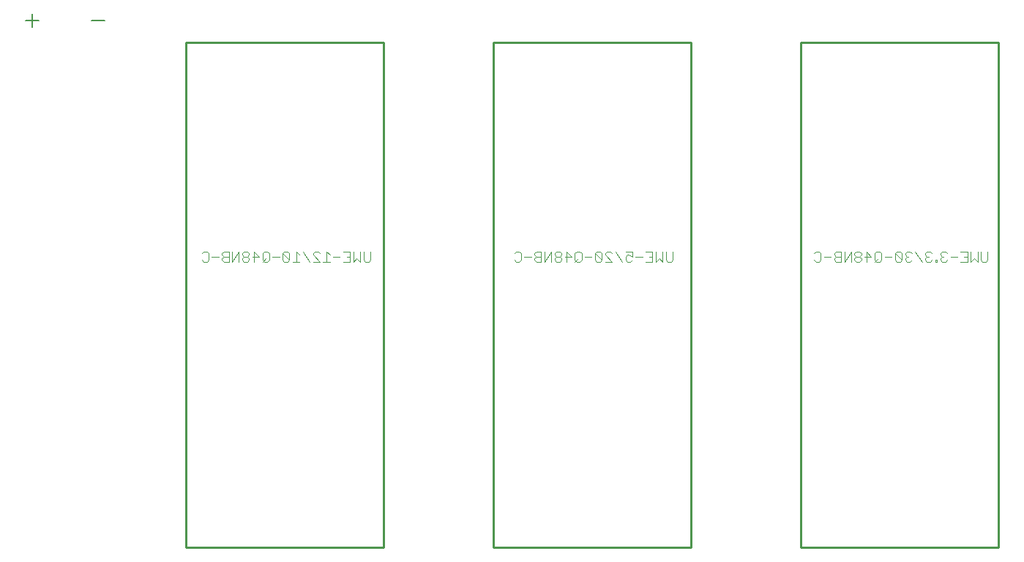
<source format=gbo>
G75*
%MOIN*%
%OFA0B0*%
%FSLAX25Y25*%
%IPPOS*%
%LPD*%
%AMOC8*
5,1,8,0,0,1.08239X$1,22.5*
%
%ADD10C,0.00400*%
%ADD11C,0.01000*%
%ADD12C,0.00800*%
D10*
X0407969Y0490200D02*
X0407201Y0490967D01*
X0407969Y0490200D02*
X0409503Y0490200D01*
X0410271Y0490967D01*
X0410271Y0494037D01*
X0409503Y0494804D01*
X0407969Y0494804D01*
X0407201Y0494037D01*
X0411805Y0492502D02*
X0414875Y0492502D01*
X0416409Y0493269D02*
X0417177Y0492502D01*
X0419478Y0492502D01*
X0417177Y0492502D02*
X0416409Y0491735D01*
X0416409Y0490967D01*
X0417177Y0490200D01*
X0419478Y0490200D01*
X0419478Y0494804D01*
X0417177Y0494804D01*
X0416409Y0494037D01*
X0416409Y0493269D01*
X0421013Y0494804D02*
X0421013Y0490200D01*
X0424082Y0494804D01*
X0424082Y0490200D01*
X0425617Y0490967D02*
X0426384Y0490200D01*
X0427919Y0490200D01*
X0428686Y0490967D01*
X0428686Y0491735D01*
X0427919Y0492502D01*
X0426384Y0492502D01*
X0425617Y0491735D01*
X0425617Y0490967D01*
X0426384Y0492502D02*
X0425617Y0493269D01*
X0425617Y0494037D01*
X0426384Y0494804D01*
X0427919Y0494804D01*
X0428686Y0494037D01*
X0428686Y0493269D01*
X0427919Y0492502D01*
X0430221Y0492502D02*
X0433290Y0492502D01*
X0430988Y0494804D01*
X0430988Y0490200D01*
X0434825Y0490200D02*
X0436360Y0491735D01*
X0437127Y0490200D02*
X0437894Y0490967D01*
X0437894Y0494037D01*
X0437127Y0494804D01*
X0435592Y0494804D01*
X0434825Y0494037D01*
X0434825Y0490967D01*
X0435592Y0490200D01*
X0437127Y0490200D01*
X0439429Y0492502D02*
X0442498Y0492502D01*
X0444033Y0494037D02*
X0447102Y0490967D01*
X0446335Y0490200D01*
X0444800Y0490200D01*
X0444033Y0490967D01*
X0444033Y0494037D01*
X0444800Y0494804D01*
X0446335Y0494804D01*
X0447102Y0494037D01*
X0447102Y0490967D01*
X0448637Y0490200D02*
X0451706Y0490200D01*
X0450171Y0490200D02*
X0450171Y0494804D01*
X0451706Y0493269D01*
X0453241Y0494804D02*
X0456310Y0490200D01*
X0457845Y0490200D02*
X0460914Y0490200D01*
X0457845Y0493269D01*
X0457845Y0494037D01*
X0458612Y0494804D01*
X0460147Y0494804D01*
X0460914Y0494037D01*
X0463983Y0494804D02*
X0463983Y0490200D01*
X0465518Y0490200D02*
X0462448Y0490200D01*
X0465518Y0493269D02*
X0463983Y0494804D01*
X0467052Y0492502D02*
X0470122Y0492502D01*
X0471656Y0494804D02*
X0474726Y0494804D01*
X0474726Y0490200D01*
X0471656Y0490200D01*
X0473191Y0492502D02*
X0474726Y0492502D01*
X0476260Y0490200D02*
X0476260Y0494804D01*
X0479330Y0494804D02*
X0479330Y0490200D01*
X0477795Y0491735D01*
X0476260Y0490200D01*
X0480864Y0490967D02*
X0480864Y0494804D01*
X0483933Y0494804D02*
X0483933Y0490967D01*
X0483166Y0490200D01*
X0481631Y0490200D01*
X0480864Y0490967D01*
X0549503Y0490967D02*
X0550271Y0490200D01*
X0551805Y0490200D01*
X0552573Y0490967D01*
X0552573Y0494037D01*
X0551805Y0494804D01*
X0550271Y0494804D01*
X0549503Y0494037D01*
X0554107Y0492502D02*
X0557177Y0492502D01*
X0558711Y0493269D02*
X0559478Y0492502D01*
X0561780Y0492502D01*
X0559478Y0492502D02*
X0558711Y0491735D01*
X0558711Y0490967D01*
X0559478Y0490200D01*
X0561780Y0490200D01*
X0561780Y0494804D01*
X0559478Y0494804D01*
X0558711Y0494037D01*
X0558711Y0493269D01*
X0563315Y0494804D02*
X0563315Y0490200D01*
X0566384Y0494804D01*
X0566384Y0490200D01*
X0567919Y0490967D02*
X0568686Y0490200D01*
X0570221Y0490200D01*
X0570988Y0490967D01*
X0570988Y0491735D01*
X0570221Y0492502D01*
X0568686Y0492502D01*
X0567919Y0491735D01*
X0567919Y0490967D01*
X0568686Y0492502D02*
X0567919Y0493269D01*
X0567919Y0494037D01*
X0568686Y0494804D01*
X0570221Y0494804D01*
X0570988Y0494037D01*
X0570988Y0493269D01*
X0570221Y0492502D01*
X0572523Y0492502D02*
X0575592Y0492502D01*
X0573290Y0494804D01*
X0573290Y0490200D01*
X0577127Y0490200D02*
X0578662Y0491735D01*
X0579429Y0490200D02*
X0580196Y0490967D01*
X0580196Y0494037D01*
X0579429Y0494804D01*
X0577894Y0494804D01*
X0577127Y0494037D01*
X0577127Y0490967D01*
X0577894Y0490200D01*
X0579429Y0490200D01*
X0581731Y0492502D02*
X0584800Y0492502D01*
X0586335Y0494037D02*
X0589404Y0490967D01*
X0588637Y0490200D01*
X0587102Y0490200D01*
X0586335Y0490967D01*
X0586335Y0494037D01*
X0587102Y0494804D01*
X0588637Y0494804D01*
X0589404Y0494037D01*
X0589404Y0490967D01*
X0590939Y0490200D02*
X0594008Y0490200D01*
X0590939Y0493269D01*
X0590939Y0494037D01*
X0591706Y0494804D01*
X0593241Y0494804D01*
X0594008Y0494037D01*
X0595543Y0494804D02*
X0598612Y0490200D01*
X0600146Y0490967D02*
X0600914Y0490200D01*
X0602448Y0490200D01*
X0603216Y0490967D01*
X0603216Y0492502D02*
X0601681Y0493269D01*
X0600914Y0493269D01*
X0600146Y0492502D01*
X0600146Y0490967D01*
X0603216Y0492502D02*
X0603216Y0494804D01*
X0600146Y0494804D01*
X0604750Y0492502D02*
X0607820Y0492502D01*
X0609354Y0494804D02*
X0612424Y0494804D01*
X0612424Y0490200D01*
X0609354Y0490200D01*
X0610889Y0492502D02*
X0612424Y0492502D01*
X0613958Y0490200D02*
X0613958Y0494804D01*
X0617028Y0494804D02*
X0617028Y0490200D01*
X0615493Y0491735D01*
X0613958Y0490200D01*
X0618562Y0490967D02*
X0618562Y0494804D01*
X0621631Y0494804D02*
X0621631Y0490967D01*
X0620864Y0490200D01*
X0619330Y0490200D01*
X0618562Y0490967D01*
X0686050Y0490967D02*
X0686818Y0490200D01*
X0688352Y0490200D01*
X0689120Y0490967D01*
X0689120Y0494037D01*
X0688352Y0494804D01*
X0686818Y0494804D01*
X0686050Y0494037D01*
X0690654Y0492502D02*
X0693724Y0492502D01*
X0695258Y0493269D02*
X0696026Y0492502D01*
X0698328Y0492502D01*
X0698328Y0494804D02*
X0696026Y0494804D01*
X0695258Y0494037D01*
X0695258Y0493269D01*
X0696026Y0492502D02*
X0695258Y0491735D01*
X0695258Y0490967D01*
X0696026Y0490200D01*
X0698328Y0490200D01*
X0698328Y0494804D01*
X0699862Y0494804D02*
X0699862Y0490200D01*
X0702931Y0494804D01*
X0702931Y0490200D01*
X0704466Y0490967D02*
X0705233Y0490200D01*
X0706768Y0490200D01*
X0707535Y0490967D01*
X0707535Y0491735D01*
X0706768Y0492502D01*
X0705233Y0492502D01*
X0704466Y0491735D01*
X0704466Y0490967D01*
X0705233Y0492502D02*
X0704466Y0493269D01*
X0704466Y0494037D01*
X0705233Y0494804D01*
X0706768Y0494804D01*
X0707535Y0494037D01*
X0707535Y0493269D01*
X0706768Y0492502D01*
X0709070Y0492502D02*
X0712139Y0492502D01*
X0709837Y0494804D01*
X0709837Y0490200D01*
X0713674Y0490200D02*
X0715209Y0491735D01*
X0715976Y0490200D02*
X0716743Y0490967D01*
X0716743Y0494037D01*
X0715976Y0494804D01*
X0714441Y0494804D01*
X0713674Y0494037D01*
X0713674Y0490967D01*
X0714441Y0490200D01*
X0715976Y0490200D01*
X0718278Y0492502D02*
X0721347Y0492502D01*
X0722882Y0494037D02*
X0725951Y0490967D01*
X0725184Y0490200D01*
X0723649Y0490200D01*
X0722882Y0490967D01*
X0722882Y0494037D01*
X0723649Y0494804D01*
X0725184Y0494804D01*
X0725951Y0494037D01*
X0725951Y0490967D01*
X0727486Y0490967D02*
X0728253Y0490200D01*
X0729788Y0490200D01*
X0730555Y0490967D01*
X0729020Y0492502D02*
X0728253Y0492502D01*
X0727486Y0491735D01*
X0727486Y0490967D01*
X0728253Y0492502D02*
X0727486Y0493269D01*
X0727486Y0494037D01*
X0728253Y0494804D01*
X0729788Y0494804D01*
X0730555Y0494037D01*
X0732090Y0494804D02*
X0735159Y0490200D01*
X0736694Y0490967D02*
X0737461Y0490200D01*
X0738996Y0490200D01*
X0739763Y0490967D01*
X0741297Y0490967D02*
X0741297Y0490200D01*
X0742065Y0490200D01*
X0742065Y0490967D01*
X0741297Y0490967D01*
X0743599Y0490967D02*
X0744367Y0490200D01*
X0745901Y0490200D01*
X0746669Y0490967D01*
X0748203Y0492502D02*
X0751273Y0492502D01*
X0752807Y0494804D02*
X0755877Y0494804D01*
X0755877Y0490200D01*
X0752807Y0490200D01*
X0754342Y0492502D02*
X0755877Y0492502D01*
X0757411Y0490200D02*
X0757411Y0494804D01*
X0760480Y0494804D02*
X0760480Y0490200D01*
X0758946Y0491735D01*
X0757411Y0490200D01*
X0762015Y0490967D02*
X0762015Y0494804D01*
X0765084Y0494804D02*
X0765084Y0490967D01*
X0764317Y0490200D01*
X0762782Y0490200D01*
X0762015Y0490967D01*
X0746669Y0494037D02*
X0745901Y0494804D01*
X0744367Y0494804D01*
X0743599Y0494037D01*
X0743599Y0493269D01*
X0744367Y0492502D01*
X0743599Y0491735D01*
X0743599Y0490967D01*
X0744367Y0492502D02*
X0745134Y0492502D01*
X0739763Y0494037D02*
X0738996Y0494804D01*
X0737461Y0494804D01*
X0736694Y0494037D01*
X0736694Y0493269D01*
X0737461Y0492502D01*
X0736694Y0491735D01*
X0736694Y0490967D01*
X0737461Y0492502D02*
X0738228Y0492502D01*
D11*
X0400000Y0590000D02*
X0400000Y0360000D01*
X0490000Y0360000D01*
X0490000Y0590000D01*
X0400000Y0590000D01*
X0540000Y0590000D02*
X0630000Y0590000D01*
X0630000Y0360000D01*
X0540000Y0360000D01*
X0540000Y0590000D01*
X0680000Y0590000D02*
X0770000Y0590000D01*
X0770000Y0360000D01*
X0680000Y0360000D01*
X0680000Y0590000D01*
D12*
X0362954Y0600004D02*
X0356815Y0600004D01*
X0332954Y0600004D02*
X0326815Y0600004D01*
X0329885Y0603073D02*
X0329885Y0596935D01*
M02*

</source>
